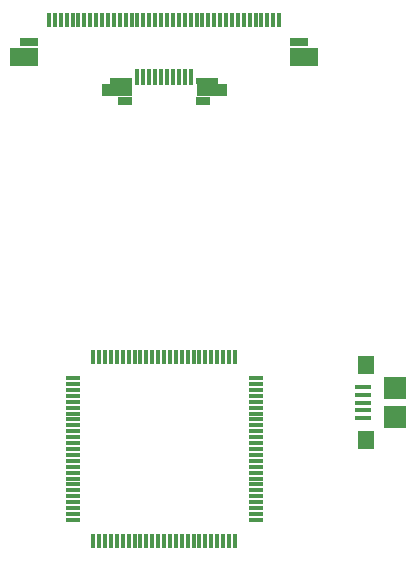
<source format=gtp>
G04 Layer_Color=7318015*
%FSLAX25Y25*%
%MOIN*%
G70*
G01*
G75*
%ADD12R,0.01181X0.05512*%
%ADD13R,0.07677X0.01969*%
%ADD14R,0.10433X0.04331*%
%ADD15R,0.04921X0.02756*%
%ADD16R,0.01181X0.04724*%
%ADD17R,0.04724X0.01181*%
%ADD18R,0.07480X0.07480*%
%ADD19R,0.05512X0.06299*%
%ADD20R,0.05315X0.01575*%
%ADD21R,0.09449X0.06299*%
%ADD22R,0.06299X0.03150*%
D12*
X862795Y456398D02*
D03*
X864764D02*
D03*
X866732D02*
D03*
X868701D02*
D03*
X870669D02*
D03*
X872638D02*
D03*
X874606D02*
D03*
X876575D02*
D03*
X878543D02*
D03*
X880512D02*
D03*
D13*
X857185Y455020D02*
D03*
X886122D02*
D03*
D14*
X855807Y451870D02*
D03*
X887500D02*
D03*
D15*
X858563Y448327D02*
D03*
X884744D02*
D03*
D16*
X848032Y362795D02*
D03*
X850000D02*
D03*
X851968D02*
D03*
X853937D02*
D03*
X855906D02*
D03*
X857874D02*
D03*
X859842D02*
D03*
X861811D02*
D03*
X863780D02*
D03*
X865748D02*
D03*
X867717D02*
D03*
X869685D02*
D03*
X871653D02*
D03*
X873622D02*
D03*
X875591D02*
D03*
X877559D02*
D03*
X879528D02*
D03*
X881496D02*
D03*
X883465D02*
D03*
X885433D02*
D03*
X887402D02*
D03*
X889370D02*
D03*
X891339D02*
D03*
X893307D02*
D03*
X895276D02*
D03*
Y301772D02*
D03*
X893307D02*
D03*
X891339D02*
D03*
X889370D02*
D03*
X887402D02*
D03*
X885433D02*
D03*
X883465D02*
D03*
X881496D02*
D03*
X879528D02*
D03*
X877559D02*
D03*
X875591D02*
D03*
X873622D02*
D03*
X871653D02*
D03*
X869685D02*
D03*
X867717D02*
D03*
X865748D02*
D03*
X863780D02*
D03*
X861811D02*
D03*
X859842D02*
D03*
X857874D02*
D03*
X855906D02*
D03*
X853937D02*
D03*
X851968D02*
D03*
X850000D02*
D03*
X848032D02*
D03*
X910039Y475295D02*
D03*
X908071D02*
D03*
X906102D02*
D03*
X904134D02*
D03*
X902165D02*
D03*
X900197D02*
D03*
X898228D02*
D03*
X896260D02*
D03*
X894291D02*
D03*
X892323D02*
D03*
X833268D02*
D03*
X835236D02*
D03*
X837205D02*
D03*
X839173D02*
D03*
X841142D02*
D03*
X843110D02*
D03*
X845079D02*
D03*
X847047D02*
D03*
X849016D02*
D03*
X850984D02*
D03*
X852953D02*
D03*
X854921D02*
D03*
X856890D02*
D03*
X858858D02*
D03*
X860827D02*
D03*
X862795D02*
D03*
X864764D02*
D03*
X866732D02*
D03*
X868701D02*
D03*
X870669D02*
D03*
X872638D02*
D03*
X874606D02*
D03*
X876575D02*
D03*
X878543D02*
D03*
X880512D02*
D03*
X882480D02*
D03*
X884449D02*
D03*
X886417D02*
D03*
X888386D02*
D03*
X890354D02*
D03*
D17*
X902165Y355906D02*
D03*
Y353937D02*
D03*
Y351969D02*
D03*
Y350000D02*
D03*
Y348031D02*
D03*
Y346063D02*
D03*
Y344094D02*
D03*
Y342126D02*
D03*
Y340158D02*
D03*
Y338189D02*
D03*
Y336221D02*
D03*
Y334252D02*
D03*
Y332283D02*
D03*
Y330315D02*
D03*
Y328346D02*
D03*
Y326378D02*
D03*
Y324409D02*
D03*
Y322441D02*
D03*
Y320472D02*
D03*
Y318504D02*
D03*
Y316535D02*
D03*
Y314567D02*
D03*
Y312598D02*
D03*
Y310630D02*
D03*
Y308661D02*
D03*
X841142D02*
D03*
Y310630D02*
D03*
Y312598D02*
D03*
Y314567D02*
D03*
Y316535D02*
D03*
Y318504D02*
D03*
Y320472D02*
D03*
Y322441D02*
D03*
Y324409D02*
D03*
Y326378D02*
D03*
Y328346D02*
D03*
Y330315D02*
D03*
Y332283D02*
D03*
Y334252D02*
D03*
Y336221D02*
D03*
Y338189D02*
D03*
Y340158D02*
D03*
Y342126D02*
D03*
Y344094D02*
D03*
Y346063D02*
D03*
Y348031D02*
D03*
Y350000D02*
D03*
Y351969D02*
D03*
Y353937D02*
D03*
Y355906D02*
D03*
D18*
X948622Y352461D02*
D03*
Y343012D02*
D03*
D19*
X938976Y360335D02*
D03*
Y335138D02*
D03*
D20*
X938091Y342618D02*
D03*
Y345177D02*
D03*
Y347736D02*
D03*
Y350295D02*
D03*
Y352854D02*
D03*
D21*
X918307Y463091D02*
D03*
X825000D02*
D03*
D22*
X826575Y467815D02*
D03*
X916732D02*
D03*
M02*

</source>
